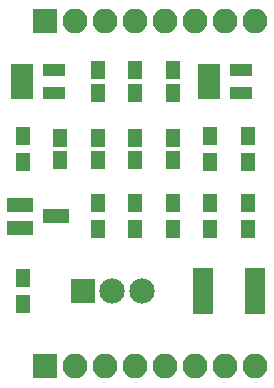
<source format=gts>
G04 #@! TF.FileFunction,Soldermask,Top*
%FSLAX46Y46*%
G04 Gerber Fmt 4.6, Leading zero omitted, Abs format (unit mm)*
G04 Created by KiCad (PCBNEW 4.0.7-e2-6376~58~ubuntu17.04.1) date Thu Oct  5 12:14:12 2017*
%MOMM*%
%LPD*%
G01*
G04 APERTURE LIST*
%ADD10C,0.100000*%
%ADD11R,1.150000X1.600000*%
%ADD12R,2.150000X2.150000*%
%ADD13C,2.150000*%
%ADD14R,2.100000X2.100000*%
%ADD15O,2.100000X2.100000*%
%ADD16R,1.670000X1.370000*%
%ADD17R,1.300000X1.600000*%
%ADD18R,2.300000X1.200000*%
%ADD19R,1.960000X1.050000*%
G04 APERTURE END LIST*
D10*
D11*
X151765000Y-101920000D03*
X151765000Y-103820000D03*
X154940000Y-101920000D03*
X154940000Y-103820000D03*
X148590000Y-98105000D03*
X148590000Y-96205000D03*
X148590000Y-101920000D03*
X148590000Y-103820000D03*
X145415000Y-101920000D03*
X145415000Y-103820000D03*
X154940000Y-98105000D03*
X154940000Y-96205000D03*
X151765000Y-98105000D03*
X151765000Y-96205000D03*
D12*
X147320000Y-114935000D03*
D13*
X149820000Y-114935000D03*
X152320000Y-114935000D03*
D14*
X144145000Y-121285000D03*
D15*
X146685000Y-121285000D03*
X149225000Y-121285000D03*
X151765000Y-121285000D03*
X154305000Y-121285000D03*
X156845000Y-121285000D03*
X159385000Y-121285000D03*
X161925000Y-121285000D03*
D14*
X144145000Y-92075000D03*
D15*
X146685000Y-92075000D03*
X149225000Y-92075000D03*
X151765000Y-92075000D03*
X154305000Y-92075000D03*
X156845000Y-92075000D03*
X159385000Y-92075000D03*
X161925000Y-92075000D03*
D16*
X161925000Y-113665000D03*
X161925000Y-114935000D03*
X161925000Y-116205000D03*
X157480000Y-113665000D03*
X157480000Y-114935000D03*
X157480000Y-116205000D03*
D17*
X142240000Y-113835000D03*
X142240000Y-116035000D03*
X148590000Y-109685000D03*
X148590000Y-107485000D03*
X151765000Y-107485000D03*
X151765000Y-109685000D03*
X154940000Y-107485000D03*
X154940000Y-109685000D03*
X158115000Y-109685000D03*
X158115000Y-107485000D03*
X161290000Y-107485000D03*
X161290000Y-109685000D03*
X158115000Y-103970000D03*
X158115000Y-101770000D03*
X142240000Y-101770000D03*
X142240000Y-103970000D03*
X161290000Y-103970000D03*
X161290000Y-101770000D03*
D18*
X142010000Y-107635000D03*
X142010000Y-109535000D03*
X145010000Y-108585000D03*
D19*
X158035000Y-96205000D03*
X158035000Y-97155000D03*
X158035000Y-98105000D03*
X160735000Y-98105000D03*
X160735000Y-96205000D03*
X142160000Y-96205000D03*
X142160000Y-97155000D03*
X142160000Y-98105000D03*
X144860000Y-98105000D03*
X144860000Y-96205000D03*
M02*

</source>
